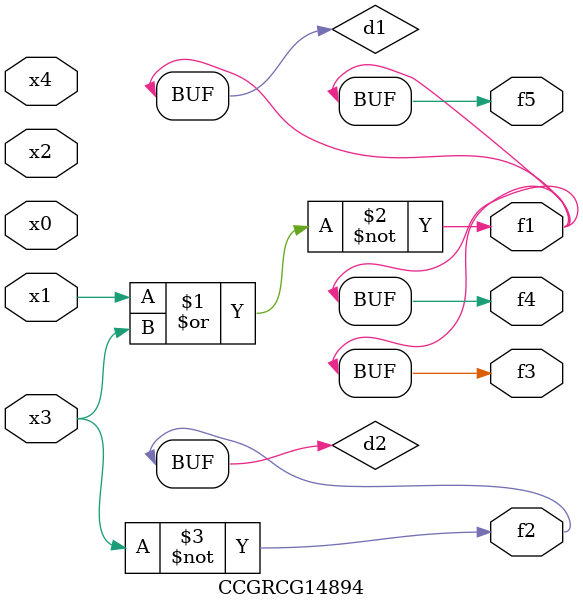
<source format=v>
module CCGRCG14894(
	input x0, x1, x2, x3, x4,
	output f1, f2, f3, f4, f5
);

	wire d1, d2;

	nor (d1, x1, x3);
	not (d2, x3);
	assign f1 = d1;
	assign f2 = d2;
	assign f3 = d1;
	assign f4 = d1;
	assign f5 = d1;
endmodule

</source>
